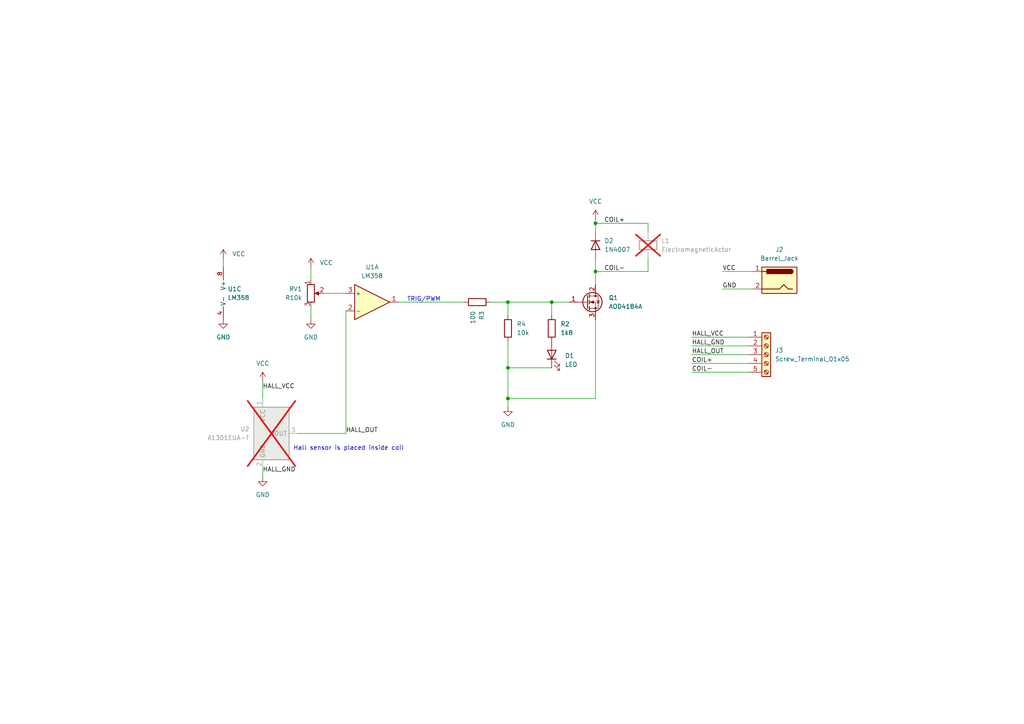
<source format=kicad_sch>
(kicad_sch (version 20231120) (generator "eeschema") (generator_version "8.0")
  (paper "A4")
  (title_block (title "Levitator") (date "2024-03-15") (rev "2") (company "Neil Pate"))
  (lib_symbols
    (symbol "Amplifier_Operational:LM358" (pin_names (offset 0.127))
      (property "Reference" "U" (at 0 5.08 0))
      (property "Value" "LM358" (at 0 -5.08 0))
      (symbol "LM358_1_1"
        (polyline (pts (xy -5.08 5.08) (xy 5.08 0) (xy -5.08 -5.08) (xy -5.08 5.08)) (stroke (width 0.254)) (fill (type background)))
        (pin output line (at 7.62 0 180) (length 2.54) (name "~") (number "1"))
        (pin input line (at -7.62 -2.54 0) (length 2.54) (name "-") (number "2"))
        (pin input line (at -7.62 2.54 0) (length 2.54) (name "+") (number "3"))
      )
      (symbol "LM358_2_1"
        (polyline (pts (xy -5.08 5.08) (xy 5.08 0) (xy -5.08 -5.08) (xy -5.08 5.08)) (stroke (width 0.254)) (fill (type background)))
        (pin input line (at -7.62 2.54 0) (length 2.54) (name "+") (number "5"))
        (pin input line (at -7.62 -2.54 0) (length 2.54) (name "-") (number "6"))
        (pin output line (at 7.62 0 180) (length 2.54) (name "~") (number "7"))
      )
      (symbol "LM358_3_1"
        (pin power_in line (at -2.54 -7.62 90) (length 3.81) (name "V-") (number "4"))
        (pin power_in line (at -2.54 7.62 270) (length 3.81) (name "V+") (number "8"))
      )
    )
    (symbol "Connector:Barrel_Jack" (pin_names (offset 1.016))
      (property "Reference" "J" (at 0 5.334 0))
      (property "Value" "Barrel_Jack" (at 0 -5.08 0))
      (symbol "Barrel_Jack_0_1"
        (rectangle (start -5.08 3.81) (end 5.08 -3.81) (stroke (width 0.254)) (fill (type background)))
        (arc (start -3.302 3.175) (mid -3.9343 2.54) (end -3.302 1.905) (stroke (width 0.254)))
        (arc (start -3.302 3.175) (mid -3.9343 2.54) (end -3.302 1.905) (stroke (width 0.254)) (fill (type outline)))
        (polyline (pts (xy 5.08 2.54) (xy 3.81 2.54)) (stroke (width 0.254)))
        (polyline (pts (xy -3.81 -2.54) (xy -2.54 -2.54) (xy -1.27 -1.27) (xy 0 -2.54) (xy 2.54 -2.54) (xy 5.08 -2.54)) (stroke (width 0.254)))
        (rectangle (start 3.683 3.175) (end -3.302 1.905) (stroke (width 0.254)) (fill (type outline)))
      )
      (symbol "Barrel_Jack_1_1"
        (pin passive line (at 7.62 2.54 180) (length 2.54) (name "~") (number "1"))
        (pin passive line (at 7.62 -2.54 180) (length 2.54) (name "~") (number "2"))
      )
    )
    (symbol "Connector:Screw_Terminal_01x05" (pin_names (offset 1.016) hide)
      (property "Reference" "J" (at 0 7.62 0))
      (property "Value" "Screw_Terminal_01x05" (at 0 -7.62 0))
      (symbol "Screw_Terminal_01x05_1_1"
        (rectangle (start -1.27 6.35) (end 1.27 -6.35) (stroke (width 0.254)) (fill (type background)))
        (circle (center 0 -5.08) (radius 0.635) (stroke (width 0.1524)))
        (circle (center 0 -2.54) (radius 0.635) (stroke (width 0.1524)))
        (polyline (pts (xy -0.5334 -4.7498) (xy 0.3302 -5.588)) (stroke (width 0.1524)))
        (polyline (pts (xy -0.5334 -2.2098) (xy 0.3302 -3.048)) (stroke (width 0.1524)))
        (polyline (pts (xy -0.5334 0.3302) (xy 0.3302 -0.508)) (stroke (width 0.1524)))
        (polyline (pts (xy -0.5334 2.8702) (xy 0.3302 2.032)) (stroke (width 0.1524)))
        (polyline (pts (xy -0.5334 5.4102) (xy 0.3302 4.572)) (stroke (width 0.1524)))
        (polyline (pts (xy -0.3556 -4.572) (xy 0.508 -5.4102)) (stroke (width 0.1524)))
        (polyline (pts (xy -0.3556 -2.032) (xy 0.508 -2.8702)) (stroke (width 0.1524)))
        (polyline (pts (xy -0.3556 0.508) (xy 0.508 -0.3302)) (stroke (width 0.1524)))
        (polyline (pts (xy -0.3556 3.048) (xy 0.508 2.2098)) (stroke (width 0.1524)))
        (polyline (pts (xy -0.3556 5.588) (xy 0.508 4.7498)) (stroke (width 0.1524)))
        (circle (center 0 0) (radius 0.635) (stroke (width 0.1524)))
        (circle (center 0 2.54) (radius 0.635) (stroke (width 0.1524)))
        (circle (center 0 5.08) (radius 0.635) (stroke (width 0.1524)))
        (pin passive line (at -5.08 5.08 0) (length 3.81) (name "Pin_1") (number "1"))
        (pin passive line (at -5.08 2.54 0) (length 3.81) (name "Pin_2") (number "2"))
        (pin passive line (at -5.08 0 0) (length 3.81) (name "Pin_3") (number "3"))
        (pin passive line (at -5.08 -2.54 0) (length 3.81) (name "Pin_4") (number "4"))
        (pin passive line (at -5.08 -5.08 0) (length 3.81) (name "Pin_5") (number "5"))
      )
    )
    (symbol "Device:ElectromagneticActor" (pin_numbers hide) (pin_names (offset 0.0254) hide)
      (property "Reference" "L" (at 1.27 3.81 0))
      (property "Value" "ElectromagneticActor" (at 1.27 -1.27 0))
      (symbol "ElectromagneticActor_0_1"
        (rectangle (start -2.54 2.54) (end 2.54 0) (stroke (width 0.254)))
        (polyline (pts (xy -1.27 2.54) (xy 1.27 0)) (stroke (width 0.254)))
      )
      (symbol "ElectromagneticActor_1_1"
        (pin passive line (at 0 5.08 270) (length 2.54) (name "-") (number "1"))
        (pin passive line (at 0 -2.54 90) (length 2.54) (name "+") (number "2"))
      )
    )
    (symbol "Device:LED" (pin_numbers hide) (pin_names (offset 1.016) hide)
      (property "Reference" "D" (at 0 2.54 0))
      (property "Value" "LED" (at 0 -2.54 0))
      (symbol "LED_0_1"
        (polyline (pts (xy -1.27 -1.27) (xy -1.27 1.27)) (stroke (width 0.254)))
        (polyline (pts (xy -1.27 0) (xy 1.27 0)))
        (polyline (pts (xy 1.27 -1.27) (xy 1.27 1.27) (xy -1.27 0) (xy 1.27 -1.27)) (stroke (width 0.254)))
        (polyline (pts (xy -3.048 -0.762) (xy -4.572 -2.286) (xy -3.81 -2.286) (xy -4.572 -2.286) (xy -4.572 -1.524)))
        (polyline (pts (xy -1.778 -0.762) (xy -3.302 -2.286) (xy -2.54 -2.286) (xy -3.302 -2.286) (xy -3.302 -1.524)))
      )
      (symbol "LED_1_1"
        (pin passive line (at -3.81 0 0) (length 2.54) (name "K") (number "1"))
        (pin passive line (at 3.81 0 180) (length 2.54) (name "A") (number "2"))
      )
    )
    (symbol "Device:R" (pin_numbers hide) (pin_names (offset 0))
      (property "Reference" "R" (at 2.032 0 90))
      (property "Value" "R" (at 0 0 90))
      (symbol "R_0_1"
        (rectangle (start -1.016 -2.54) (end 1.016 2.54) (stroke (width 0.254)))
      )
      (symbol "R_1_1"
        (pin passive line (at 0 3.81 270) (length 1.27) (name "~") (number "1"))
        (pin passive line (at 0 -3.81 90) (length 1.27) (name "~") (number "2"))
      )
    )
    (symbol "Device:R_Potentiometer" (pin_names (offset 1.016) hide)
      (property "Reference" "RV" (at -4.445 0 90))
      (property "Value" "R_Potentiometer" (at -2.54 0 90))
      (symbol "R_Potentiometer_0_1"
        (polyline (pts (xy 2.54 0) (xy 1.524 0)))
        (polyline (pts (xy 1.143 0) (xy 2.286 0.508) (xy 2.286 -0.508) (xy 1.143 0)) (fill (type outline)))
        (rectangle (start 1.016 2.54) (end -1.016 -2.54) (stroke (width 0.254)))
      )
      (symbol "R_Potentiometer_1_1"
        (pin passive line (at 0 3.81 270) (length 1.27) (name "1") (number "1"))
        (pin passive line (at 3.81 0 180) (length 1.27) (name "2") (number "2"))
        (pin passive line (at 0 -3.81 90) (length 1.27) (name "3") (number "3"))
      )
    )
    (symbol "Diode:1N4007" (pin_numbers hide) (pin_names hide)
      (property "Reference" "D" (at 0 2.54 0))
      (property "Value" "1N4007" (at 0 -2.54 0))
      (symbol "1N4007_0_1"
        (polyline (pts (xy -1.27 1.27) (xy -1.27 -1.27)) (stroke (width 0.254)))
        (polyline (pts (xy 1.27 0) (xy -1.27 0)))
        (polyline (pts (xy 1.27 1.27) (xy 1.27 -1.27) (xy -1.27 0) (xy 1.27 1.27)) (stroke (width 0.254)))
      )
      (symbol "1N4007_1_1"
        (pin passive line (at -3.81 0 0) (length 2.54) (name "K") (number "1"))
        (pin passive line (at 3.81 0 180) (length 2.54) (name "A") (number "2"))
      )
    )
    (symbol "Sensor_Magnetic:A1301EUA-T"
      (property "Reference" "U" (at 0 11.43 0))
      (property "Value" "A1301EUA-T" (at 0 8.89 0))
      (symbol "A1301EUA-T_0_1"
        (rectangle (start -5.08 7.62) (end 5.08 -7.62) (stroke (width 0.254)) (fill (type background)))
      )
      (symbol "A1301EUA-T_1_1"
        (pin power_in line (at -2.54 10.16 270) (length 2.54) (name "VCC") (number "1"))
        (pin power_in line (at -2.54 -10.16 90) (length 2.54) (name "GND") (number "2"))
        (pin output line (at 7.62 0 180) (length 2.54) (name "VOUT") (number "3"))
      )
    )
    (symbol "Transistor_FET:BUK7880-55A" (pin_names hide)
      (property "Reference" "Q" (at 5.08 1.905 0))
      (property "Value" "BUK7880-55A" (at 5.08 0 0))
      (symbol "BUK7880-55A_0_1"
        (polyline (pts (xy 0.254 0) (xy -2.54 0)))
        (polyline (pts (xy 0.254 1.905) (xy 0.254 -1.905)) (stroke (width 0.254)))
        (polyline (pts (xy 0.762 -1.27) (xy 0.762 -2.286)) (stroke (width 0.254)))
        (polyline (pts (xy 0.762 0.508) (xy 0.762 -0.508)) (stroke (width 0.254)))
        (polyline (pts (xy 0.762 2.286) (xy 0.762 1.27)) (stroke (width 0.254)))
        (polyline (pts (xy 2.54 2.54) (xy 2.54 1.778)))
        (polyline (pts (xy 2.54 -2.54) (xy 2.54 0) (xy 0.762 0)))
        (polyline (pts (xy 0.762 -1.778) (xy 3.302 -1.778) (xy 3.302 1.778) (xy 0.762 1.778)))
        (polyline (pts (xy 1.016 0) (xy 2.032 0.381) (xy 2.032 -0.381) (xy 1.016 0)) (fill (type outline)))
        (polyline (pts (xy 2.794 0.508) (xy 2.921 0.381) (xy 3.683 0.381) (xy 3.81 0.254)))
        (polyline (pts (xy 3.302 0.381) (xy 2.921 -0.254) (xy 3.683 -0.254) (xy 3.302 0.381)))
        (circle (center 1.651 0) (radius 2.794) (stroke (width 0.254)))
        (circle (center 2.54 -1.778) (radius 0.254) (fill (type outline)))
        (circle (center 2.54 1.778) (radius 0.254) (fill (type outline)))
      )
      (symbol "BUK7880-55A_1_1"
        (pin input line (at -5.08 0 0) (length 2.54) (name "G") (number "1"))
        (pin passive line (at 2.54 5.08 270) (length 2.54) (name "D") (number "2"))
        (pin passive line (at 2.54 -5.08 90) (length 2.54) (name "S") (number "3"))
      )
    )
    (symbol "power:GND" (power) (pin_numbers hide) (pin_names (offset 0) hide)
      (property "Value" "GND" (at 0 -3.81 0))
      (symbol "GND_0_1"
        (polyline (pts (xy 0 0) (xy 0 -1.27) (xy 1.27 -1.27) (xy 0 -2.54) (xy -1.27 -1.27) (xy 0 -1.27)))
      )
      (symbol "GND_1_1"
        (pin power_in line (at 0 0 270) (length 0) (name "~") (number "1"))
      )
    )
    (symbol "power:VCC" (power) (pin_numbers hide) (pin_names (offset 0) hide)
      (property "Value" "VCC" (at 0 3.556 0))
      (symbol "VCC_0_1"
        (polyline (pts (xy -0.762 1.27) (xy 0 2.54)))
        (polyline (pts (xy 0 0) (xy 0 2.54)))
        (polyline (pts (xy 0 2.54) (xy 0.762 1.27)))
      )
      (symbol "VCC_1_1"
        (pin power_in line (at 0 0 90) (length 0) (name "~") (number "1"))
      )
    )
  )
  (junction (at 147.32 87.63))
  (junction (at 160.02 87.63))
  (junction (at 147.32 106.68))
  (junction (at 172.72 78.74))
  (junction (at 147.32 115.57))
  (junction (at 172.72 64.77))
  (wire (pts (xy 160.02 87.63) (xy 160.02 91.44)))
  (wire (pts (xy 147.32 115.57) (xy 147.32 106.68)))
  (wire (pts (xy 172.72 115.57) (xy 147.32 115.57)))
  (wire (pts (xy 90.17 81.28) (xy 90.17 77.47)))
  (wire (pts (xy 200.66 97.79) (xy 217.17 97.79)))
  (wire (pts (xy 172.72 92.71) (xy 172.72 115.57)))
  (wire (pts (xy 147.32 87.63) (xy 160.02 87.63)))
  (wire (pts (xy 147.32 99.06) (xy 147.32 106.68)))
  (wire (pts (xy 147.32 106.68) (xy 160.02 106.68)))
  (wire (pts (xy 187.96 78.74) (xy 187.96 74.93)))
  (wire (pts (xy 172.72 64.77) (xy 172.72 67.31)))
  (wire (pts (xy 142.24 87.63) (xy 147.32 87.63)))
  (wire (pts (xy 115.57 87.63) (xy 134.62 87.63)))
  (wire (pts (xy 172.72 64.77) (xy 187.96 64.77)))
  (wire (pts (xy 147.32 118.11) (xy 147.32 115.57)))
  (wire (pts (xy 200.66 100.33) (xy 217.17 100.33)))
  (wire (pts (xy 76.2 110.49) (xy 76.2 115.57)))
  (wire (pts (xy 172.72 74.93) (xy 172.72 78.74)))
  (wire (pts (xy 93.98 85.09) (xy 100.33 85.09)))
  (wire (pts (xy 200.66 105.41) (xy 217.17 105.41)))
  (wire (pts (xy 172.72 78.74) (xy 172.72 82.55)))
  (wire (pts (xy 172.72 78.74) (xy 187.96 78.74)))
  (wire (pts (xy 90.17 88.9) (xy 90.17 92.71)))
  (wire (pts (xy 187.96 64.77) (xy 187.96 67.31)))
  (wire (pts (xy 76.2 135.89) (xy 76.2 138.43)))
  (wire (pts (xy 172.72 63.5) (xy 172.72 64.77)))
  (wire (pts (xy 147.32 87.63) (xy 147.32 91.44)))
  (wire (pts (xy 64.77 74.93) (xy 64.77 77.47)))
  (wire (pts (xy 100.33 125.73) (xy 86.36 125.73)))
  (wire (pts (xy 100.33 90.17) (xy 100.33 125.73)))
  (wire (pts (xy 209.55 78.74) (xy 218.44 78.74)))
  (wire (pts (xy 200.66 107.95) (xy 217.17 107.95)))
  (wire (pts (xy 209.55 83.82) (xy 218.44 83.82)))
  (wire (pts (xy 200.66 102.87) (xy 217.17 102.87)))
  (wire (pts (xy 160.02 87.63) (xy 165.1 87.63)))
  (text "TRIG/PWM" (at 122.936 86.868 0) (effects (font (size 1.27 1.27))))
  (text "Hall sensor is placed inside coil" (exclude_from_sim yes) (at 101.092 130.048 0) (effects (font (size 1.27 1.27))))
  (label "COIL+" (at 200.66 105.41 0))
  (label "GND" (at 209.55 83.82 0))
  (label "HALL_OUT" (at 100.33 125.73 0))
  (label "HALL_OUT" (at 200.66 102.87 0))
  (label "HALL_GND" (at 200.66 100.33 0))
  (label "HALL_VCC" (at 200.66 97.79 0))
  (label "HALL_VCC" (at 76.2 113.03 0))
  (label "VCC" (at 209.55 78.74 0))
  (label "COIL-" (at 200.66 107.95 0))
  (label "COIL-" (at 175.26 78.74 0))
  (label "HALL_GND" (at 76.2 137.16 0))
  (label "COIL+" (at 175.26 64.77 0))
  (symbol (lib_id "power:GND") (at 64.77 92.71 0) (unit 1)
    (property "Reference" "#PWR06" (effects (hide yes)))
    (property "Value" "GND" (at 64.77 97.79 0))
    (property "Description" "Power symbol creates a global label with name \"GND\" , ground" (effects (hide yes)))
  )
  (symbol (lib_id "power:VCC") (at 172.72 63.5 0) (unit 1)
    (property "Reference" "#PWR02" (effects (hide yes)))
    (property "Value" "VCC" (at 172.72 58.42 0))
    (property "Description" "Power symbol creates a global label with name \"VCC\"" (effects (hide yes)))
  )
  (symbol (lib_id "Device:ElectromagneticActor") (at 187.96 72.39 0) (unit 1) (on_board no) (dnp yes)
    (property "Reference" "L1" (at 191.77 69.8499 0) (effects (justify left)))
    (property "Value" "ElectromagneticActor" (at 191.77 72.3899 0) (effects (justify left)))
    (property "Description" "Electromagnetic actor" (effects (hide yes)))
  )
  (symbol (lib_id "power:VCC") (at 76.2 110.49 0) (unit 1)
    (property "Reference" "#PWR04" (effects (hide yes)))
    (property "Value" "VCC" (at 76.2 105.41 0))
    (property "Description" "Power symbol creates a global label with name \"VCC\"" (effects (hide yes)))
  )
  (symbol (lib_id "Transistor_FET:BUK7880-55A") (at 170.18 87.63 0) (unit 1)
    (property "Reference" "Q1" (at 176.53 86.3599 0) (effects (justify left)))
    (property "Value" "AOD4184A" (at 176.53 88.8999 0) (effects (justify left)))
    (property "Footprint" "Package_TO_SOT_THT:TO-220-3_Vertical" (effects (hide yes)))
    (property "Datasheet" "https://assets.nexperia.com/documents/data-sheet/BUK7880-55A.pdf" (effects (hide yes)))
    (property "Description" "7A Id, 55V Vds, N-Channel Enhancement Mode MOSFET, SOT-223" (effects (hide yes)))
  )
  (symbol (lib_id "power:VCC") (at 64.77 74.93 0) (unit 1)
    (property "Reference" "#PWR05" (effects (hide yes)))
    (property "Value" "VCC" (at 67.31 73.6599 0) (effects (justify left)))
    (property "Description" "Power symbol creates a global label with name \"VCC\"" (effects (hide yes)))
  )
  (symbol (lib_id "Device:R_Potentiometer") (at 90.17 85.09 0) (unit 1)
    (property "Reference" "RV1" (at 87.63 83.8199 0) (effects (justify right)))
    (property "Value" "R10k" (at 87.63 86.3599 0) (effects (justify right)))
    (property "Footprint" "TerminalBlock:TerminalBlock_bornier-3_P5.08mm" (effects (hide yes)))
    (property "Description" "Potentiometer" (effects (hide yes)))
  )
  (symbol (lib_id "Sensor_Magnetic:A1301EUA-T") (at 78.74 125.73 0) (unit 1) (on_board no) (dnp yes)
    (property "Reference" "U2" (at 72.39 124.4599 0) (effects (justify right)))
    (property "Value" "A1301EUA-T" (at 72.39 126.9999 0) (effects (justify right)))
    (property "Datasheet" "http://www.allegromicro.com/~/media/Files/Datasheets/A1301-2-Datasheet.ashx" (effects (hide yes)))
    (property "Description" "Linear Hall Effect Sensor, SIP 3pin" (effects (hide yes)))
  )
  (symbol (lib_id "power:VCC") (at 90.17 77.47 0) (unit 1)
    (property "Reference" "#PWR07" (effects (hide yes)))
    (property "Value" "VCC" (at 92.71 76.1999 0) (effects (justify left)))
    (property "Description" "Power symbol creates a global label with name \"VCC\"" (effects (hide yes)))
  )
  (symbol (lib_id "power:GND") (at 90.17 92.71 0) (unit 1)
    (property "Reference" "#PWR03" (effects (hide yes)))
    (property "Value" "GND" (at 90.17 97.79 0))
    (property "Description" "Power symbol creates a global label with name \"GND\" , ground" (effects (hide yes)))
  )
  (symbol (lib_id "Amplifier_Operational:LM358") (at 107.95 87.63 0) (unit 1)
    (property "Reference" "U1" (at 107.95 77.47 0))
    (property "Value" "LM358" (at 107.95 80.01 0))
    (property "Footprint" "Package_DIP:DIP-8_W7.62mm_Socket" (effects (hide yes)))
    (property "Datasheet" "http://www.ti.com/lit/ds/symlink/lm2904-n.pdf" (effects (hide yes)))
    (property "Description" "Low-Power, Dual Operational Amplifiers, DIP-8/SOIC-8/TO-99-8" (effects (hide yes)))
  )
  (symbol (lib_id "power:GND") (at 76.2 138.43 0) (unit 1)
    (property "Reference" "#PWR08" (effects (hide yes)))
    (property "Value" "GND" (at 76.2 143.51 0))
    (property "Description" "Power symbol creates a global label with name \"GND\" , ground" (effects (hide yes)))
  )
  (symbol (lib_id "power:GND") (at 147.32 118.11 0) (unit 1)
    (property "Reference" "#PWR01" (effects (hide yes)))
    (property "Value" "GND" (at 147.32 123.19 0))
    (property "Description" "Power symbol creates a global label with name \"GND\" , ground" (effects (hide yes)))
  )
  (symbol (lib_id "Device:LED") (at 160.02 102.87 90) (unit 1)
    (property "Reference" "D1" (at 163.83 103.1874 90) (effects (justify right)))
    (property "Value" "LED" (at 163.83 105.7274 90) (effects (justify right)))
    (property "Footprint" "LED_THT:LED_D3.0mm" (effects (hide yes)))
    (property "Description" "Light emitting diode" (effects (hide yes)))
  )
  (symbol (lib_id "Device:R") (at 160.02 95.25 0) (unit 1)
    (property "Reference" "R2" (at 162.56 93.9799 0) (effects (justify left)))
    (property "Value" "1k8" (at 162.56 96.5199 0) (effects (justify left)))
    (property "Footprint" "Resistor_THT:R_Axial_DIN0204_L3.6mm_D1.6mm_P5.08mm_Horizontal" (effects (hide yes)))
    (property "Description" "Resistor" (effects (hide yes)))
  )
  (symbol (lib_id "Amplifier_Operational:LM358") (at 67.31 85.09 0) (unit 3)
    (property "Reference" "U1" (at 66.04 83.8199 0) (effects (justify left)))
    (property "Value" "LM358" (at 66.04 86.3599 0) (effects (justify left)))
    (property "Footprint" "Package_DIP:DIP-8_W7.62mm_Socket" (effects (hide yes)))
    (property "Datasheet" "http://www.ti.com/lit/ds/symlink/lm2904-n.pdf" (effects (hide yes)))
    (property "Description" "Low-Power, Dual Operational Amplifiers, DIP-8/SOIC-8/TO-99-8" (effects (hide yes)))
  )
  (symbol (lib_id "Connector:Barrel_Jack") (at 226.06 81.28 0) (mirror y) (unit 1)
    (property "Reference" "J2" (at 226.06 72.39 0))
    (property "Value" "Barrel_Jack" (at 226.06 74.93 0))
    (property "Footprint" "Connector_BarrelJack:BarrelJack_Horizontal" (effects (hide yes)))
    (property "Description" "DC Barrel Jack" (effects (hide yes)))
  )
  (symbol (lib_id "Diode:1N4007") (at 172.72 71.12 270) (unit 1)
    (property "Reference" "D2" (at 175.26 69.8499 90) (effects (justify left)))
    (property "Value" "1N4007" (at 175.26 72.3899 90) (effects (justify left)))
    (property "Footprint" "Diode_THT:D_DO-41_SOD81_P10.16mm_Horizontal" (effects (hide yes)))
    (property "Datasheet" "http://www.vishay.com/docs/88503/1n4001.pdf" (effects (hide yes)))
    (property "Description" "1000V 1A General Purpose Rectifier Diode, DO-41" (effects (hide yes)))
    (property "Sim.Device" "D" (effects (hide yes)))
    (property "Sim.Pins" "1=K 2=A" (effects (hide yes)))
  )
  (symbol (lib_id "Device:R") (at 138.43 87.63 270) (unit 1)
    (property "Reference" "R3" (at 139.7001 90.17 0) (effects (justify left)))
    (property "Value" "100" (at 137.1601 90.17 0) (effects (justify left)))
    (property "Footprint" "Resistor_THT:R_Axial_DIN0204_L3.6mm_D1.6mm_P5.08mm_Horizontal" (effects (hide yes)))
    (property "Description" "Resistor" (effects (hide yes)))
  )
  (symbol (lib_id "Connector:Screw_Terminal_01x05") (at 222.25 102.87 0) (unit 1)
    (property "Reference" "J3" (at 224.79 101.5999 0) (effects (justify left)))
    (property "Value" "Screw_Terminal_01x05" (at 224.79 104.1399 0) (effects (justify left)))
    (property "Footprint" "TerminalBlock:TerminalBlock_bornier-5_P5.08mm" (effects (hide yes)))
    (property "Description" "Generic screw terminal, single row, 01x05, script generated (kicad-library-utils/schlib/autogen/connector/)" (effects (hide yes)))
  )
  (symbol (lib_id "Device:R") (at 147.32 95.25 0) (unit 1)
    (property "Reference" "R4" (at 149.86 93.9799 0) (effects (justify left)))
    (property "Value" "10k" (at 149.86 96.5199 0) (effects (justify left)))
    (property "Footprint" "Resistor_THT:R_Axial_DIN0204_L3.6mm_D1.6mm_P5.08mm_Horizontal" (effects (hide yes)))
    (property "Description" "Resistor" (effects (hide yes)))
  )
)
</source>
